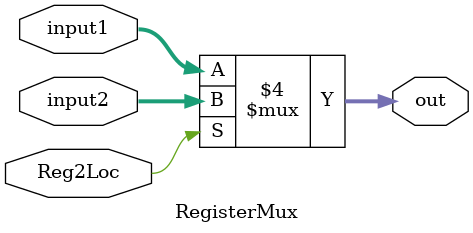
<source format=v>
module RegisterMux(
  input [1:0] input1,
  input [1:0] input2,
  input Reg2Loc,
  output reg [1:0] out);

  always @(input1, input2, Reg2Loc) begin

    if (Reg2Loc == 0)
      out = input1;
    else
      out = input2;
  end
endmodule
</source>
